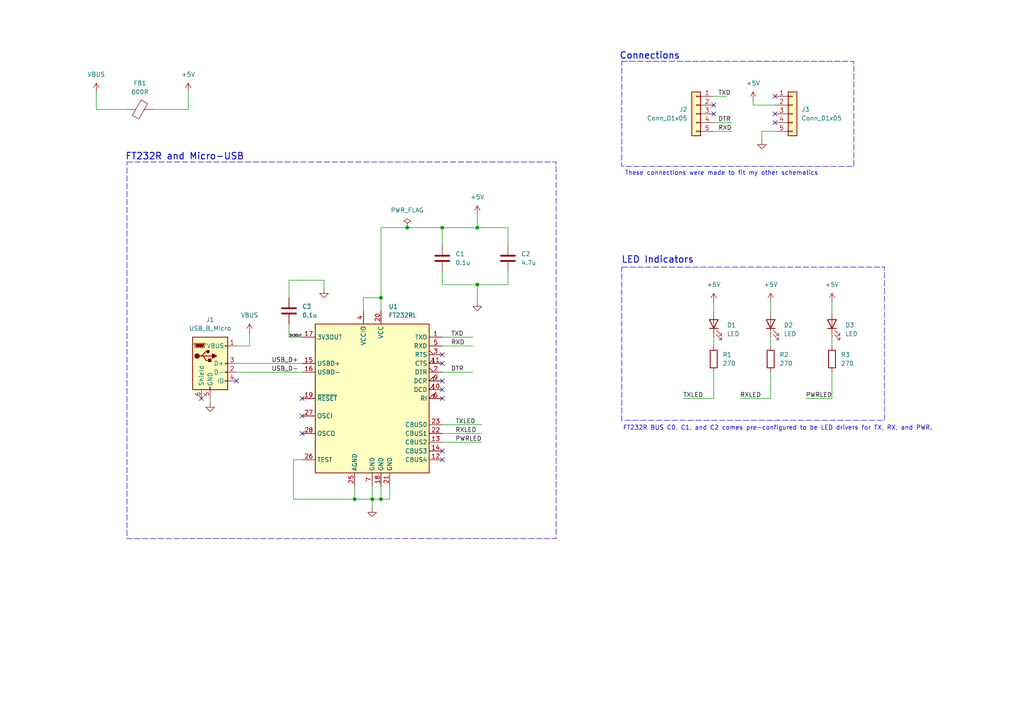
<source format=kicad_sch>
(kicad_sch (version 20231120) (generator "eeschema") (generator_version "8.0")
  (paper "A4")
  (title_block (title "MircoUSB Type B to MCU UART") (date "2024-11-22") (comment 1 "Moin Ahmed") (comment 2 "November 22, 2024"))
  (lib_symbols
    (symbol "Connector:USB_B_Micro" (pin_names (offset 1.016))
      (property "Reference" "J" (at -5.08 11.43 0))
      (property "Value" "USB_B_Micro" (at -5.08 8.89 0))
      (symbol "USB_B_Micro_0_1"
        (rectangle (start -5.08 -7.62) (end 5.08 7.62) (stroke (width 0.254)) (fill (type background)))
        (circle (center -3.81 2.159) (radius 0.635) (stroke (width 0.254)) (fill (type outline)))
        (circle (center -0.635 3.429) (radius 0.381) (stroke (width 0.254)) (fill (type outline)))
        (rectangle (start -0.127 -7.62) (end 0.127 -6.858))
        (polyline (pts (xy -1.905 2.159) (xy 0.635 2.159)) (stroke (width 0.254)))
        (polyline (pts (xy -3.175 2.159) (xy -2.54 2.159) (xy -1.27 3.429) (xy -0.635 3.429)) (stroke (width 0.254)))
        (polyline (pts (xy -2.54 2.159) (xy -1.905 2.159) (xy -1.27 0.889) (xy 0 0.889)) (stroke (width 0.254)))
        (polyline (pts (xy 0.635 2.794) (xy 0.635 1.524) (xy 1.905 2.159) (xy 0.635 2.794)) (stroke (width 0.254)) (fill (type outline)))
        (polyline (pts (xy -4.318 5.588) (xy -1.778 5.588) (xy -2.032 4.826) (xy -4.064 4.826) (xy -4.318 5.588)) (fill (type outline)))
        (polyline (pts (xy -4.699 5.842) (xy -4.699 5.588) (xy -4.445 4.826) (xy -4.445 4.572) (xy -1.651 4.572) (xy -1.651 4.826) (xy -1.397 5.588) (xy -1.397 5.842) (xy -4.699 5.842)))
        (rectangle (start 0.254 1.27) (end -0.508 0.508) (stroke (width 0.254)) (fill (type outline)))
        (rectangle (start 5.08 -5.207) (end 4.318 -4.953))
        (rectangle (start 5.08 -2.667) (end 4.318 -2.413))
        (rectangle (start 5.08 -0.127) (end 4.318 0.127))
        (rectangle (start 5.08 4.953) (end 4.318 5.207))
      )
      (symbol "USB_B_Micro_1_1"
        (pin power_out line (at 7.62 5.08 180) (length 2.54) (name "VBUS") (number "1"))
        (pin bidirectional line (at 7.62 -2.54 180) (length 2.54) (name "D-") (number "2"))
        (pin bidirectional line (at 7.62 0 180) (length 2.54) (name "D+") (number "3"))
        (pin passive line (at 7.62 -5.08 180) (length 2.54) (name "ID") (number "4"))
        (pin power_out line (at 0 -10.16 90) (length 2.54) (name "GND") (number "5"))
        (pin passive line (at -2.54 -10.16 90) (length 2.54) (name "Shield") (number "6"))
      )
    )
    (symbol "Connector_Generic:Conn_01x05" (pin_names (offset 1.016) hide)
      (property "Reference" "J" (at 0 7.62 0))
      (property "Value" "Conn_01x05" (at 0 -7.62 0))
      (symbol "Conn_01x05_1_1"
        (rectangle (start -1.27 -4.953) (end 0 -5.207) (stroke (width 0.1524)))
        (rectangle (start -1.27 -2.413) (end 0 -2.667) (stroke (width 0.1524)))
        (rectangle (start -1.27 0.127) (end 0 -0.127) (stroke (width 0.1524)))
        (rectangle (start -1.27 2.667) (end 0 2.413) (stroke (width 0.1524)))
        (rectangle (start -1.27 5.207) (end 0 4.953) (stroke (width 0.1524)))
        (rectangle (start -1.27 6.35) (end 1.27 -6.35) (stroke (width 0.254)) (fill (type background)))
        (pin passive line (at -5.08 5.08 0) (length 3.81) (name "Pin_1") (number "1"))
        (pin passive line (at -5.08 2.54 0) (length 3.81) (name "Pin_2") (number "2"))
        (pin passive line (at -5.08 0 0) (length 3.81) (name "Pin_3") (number "3"))
        (pin passive line (at -5.08 -2.54 0) (length 3.81) (name "Pin_4") (number "4"))
        (pin passive line (at -5.08 -5.08 0) (length 3.81) (name "Pin_5") (number "5"))
      )
    )
    (symbol "Device:C" (pin_numbers hide) (pin_names (offset 0.254))
      (property "Reference" "C" (at 0.635 2.54 0))
      (property "Value" "C" (at 0.635 -2.54 0))
      (symbol "C_0_1"
        (polyline (pts (xy -2.032 -0.762) (xy 2.032 -0.762)) (stroke (width 0.508)))
        (polyline (pts (xy -2.032 0.762) (xy 2.032 0.762)) (stroke (width 0.508)))
      )
      (symbol "C_1_1"
        (pin passive line (at 0 3.81 270) (length 2.794) (name "~") (number "1"))
        (pin passive line (at 0 -3.81 90) (length 2.794) (name "~") (number "2"))
      )
    )
    (symbol "Device:FerriteBead" (pin_numbers hide) (pin_names (offset 0))
      (property "Reference" "FB" (at -3.81 0.635 90))
      (property "Value" "FerriteBead" (at 3.81 0 90))
      (symbol "FerriteBead_0_1"
        (polyline (pts (xy 0 -1.27) (xy 0 -1.2192)))
        (polyline (pts (xy 0 1.27) (xy 0 1.2954)))
        (polyline (pts (xy -2.7686 0.4064) (xy -1.7018 2.2606) (xy 2.7686 -0.3048) (xy 1.6764 -2.159) (xy -2.7686 0.4064)))
      )
      (symbol "FerriteBead_1_1"
        (pin passive line (at 0 3.81 270) (length 2.54) (name "~") (number "1"))
        (pin passive line (at 0 -3.81 90) (length 2.54) (name "~") (number "2"))
      )
    )
    (symbol "Device:LED" (pin_numbers hide) (pin_names (offset 1.016) hide)
      (property "Reference" "D" (at 0 2.54 0))
      (property "Value" "LED" (at 0 -2.54 0))
      (symbol "LED_0_1"
        (polyline (pts (xy -1.27 -1.27) (xy -1.27 1.27)) (stroke (width 0.254)))
        (polyline (pts (xy -1.27 0) (xy 1.27 0)))
        (polyline (pts (xy 1.27 -1.27) (xy 1.27 1.27) (xy -1.27 0) (xy 1.27 -1.27)) (stroke (width 0.254)))
        (polyline (pts (xy -3.048 -0.762) (xy -4.572 -2.286) (xy -3.81 -2.286) (xy -4.572 -2.286) (xy -4.572 -1.524)))
        (polyline (pts (xy -1.778 -0.762) (xy -3.302 -2.286) (xy -2.54 -2.286) (xy -3.302 -2.286) (xy -3.302 -1.524)))
      )
      (symbol "LED_1_1"
        (pin passive line (at -3.81 0 0) (length 2.54) (name "K") (number "1"))
        (pin passive line (at 3.81 0 180) (length 2.54) (name "A") (number "2"))
      )
    )
    (symbol "Device:R" (pin_numbers hide) (pin_names (offset 0))
      (property "Reference" "R" (at 2.032 0 90))
      (property "Value" "R" (at 0 0 90))
      (symbol "R_0_1"
        (rectangle (start -1.016 -2.54) (end 1.016 2.54) (stroke (width 0.254)))
      )
      (symbol "R_1_1"
        (pin passive line (at 0 3.81 270) (length 1.27) (name "~") (number "1"))
        (pin passive line (at 0 -3.81 90) (length 1.27) (name "~") (number "2"))
      )
    )
    (symbol "Interface_USB:FT232RL"
      (property "Reference" "U" (at -16.51 22.86 0))
      (property "Value" "FT232RL" (at 10.16 22.86 0))
      (symbol "FT232RL_0_1"
        (rectangle (start -16.51 21.59) (end 16.51 -21.59) (stroke (width 0.254)) (fill (type background)))
      )
      (symbol "FT232RL_1_1"
        (pin output line (at 20.32 17.78 180) (length 3.81) (name "TXD") (number "1"))
        (pin input input_low (at 20.32 2.54 180) (length 3.81) (name "DCD") (number "10"))
        (pin input input_low (at 20.32 10.16 180) (length 3.81) (name "CTS") (number "11"))
        (pin bidirectional line (at 20.32 -17.78 180) (length 3.81) (name "CBUS4") (number "12"))
        (pin bidirectional line (at 20.32 -12.7 180) (length 3.81) (name "CBUS2") (number "13"))
        (pin bidirectional line (at 20.32 -15.24 180) (length 3.81) (name "CBUS3") (number "14"))
        (pin bidirectional line (at -20.32 10.16 0) (length 3.81) (name "USBD+") (number "15"))
        (pin bidirectional line (at -20.32 7.62 0) (length 3.81) (name "USBD-") (number "16"))
        (pin power_out line (at -20.32 17.78 0) (length 3.81) (name "3V3OUT") (number "17"))
        (pin power_in line (at 2.54 -25.4 90) (length 3.81) (name "GND") (number "18"))
        (pin input line (at -20.32 0 0) (length 3.81) (name "~{RESET}") (number "19"))
        (pin output output_low (at 20.32 7.62 180) (length 3.81) (name "DTR") (number "2"))
        (pin power_in line (at 2.54 25.4 270) (length 3.81) (name "VCC") (number "20"))
        (pin power_in line (at 5.08 -25.4 90) (length 3.81) (name "GND") (number "21"))
        (pin bidirectional line (at 20.32 -10.16 180) (length 3.81) (name "CBUS1") (number "22"))
        (pin bidirectional line (at 20.32 -7.62 180) (length 3.81) (name "CBUS0") (number "23"))
        (pin power_in line (at -5.08 -25.4 90) (length 3.81) (name "AGND") (number "25"))
        (pin input line (at -20.32 -17.78 0) (length 3.81) (name "TEST") (number "26"))
        (pin input line (at -20.32 -5.08 0) (length 3.81) (name "OSCI") (number "27"))
        (pin output line (at -20.32 -10.16 0) (length 3.81) (name "OSCO") (number "28"))
        (pin output output_low (at 20.32 12.7 180) (length 3.81) (name "RTS") (number "3"))
        (pin power_in line (at -2.54 25.4 270) (length 3.81) (name "VCCIO") (number "4"))
        (pin input line (at 20.32 15.24 180) (length 3.81) (name "RXD") (number "5"))
        (pin input input_low (at 20.32 0 180) (length 3.81) (name "RI") (number "6"))
        (pin power_in line (at 0 -25.4 90) (length 3.81) (name "GND") (number "7"))
        (pin input input_low (at 20.32 5.08 180) (length 3.81) (name "DCR") (number "9"))
      )
    )
    (symbol "power:+5V" (power) (pin_numbers hide) (pin_names (offset 0) hide)
      (property "Value" "+5V" (at 0 3.556 0))
      (symbol "+5V_0_1"
        (polyline (pts (xy -0.762 1.27) (xy 0 2.54)))
        (polyline (pts (xy 0 0) (xy 0 2.54)))
        (polyline (pts (xy 0 2.54) (xy 0.762 1.27)))
      )
      (symbol "+5V_1_1"
        (pin power_in line (at 0 0 90) (length 0) (name "~") (number "1"))
      )
    )
    (symbol "power:GND" (power) (pin_numbers hide) (pin_names (offset 0) hide)
      (property "Value" "GND" (at 0 -3.81 0))
      (symbol "GND_0_1"
        (polyline (pts (xy 0 0) (xy 0 -1.27) (xy 1.27 -1.27) (xy 0 -2.54) (xy -1.27 -1.27) (xy 0 -1.27)))
      )
      (symbol "GND_1_1"
        (pin power_in line (at 0 0 270) (length 0) (name "~") (number "1"))
      )
    )
    (symbol "power:PWR_FLAG" (power) (pin_numbers hide) (pin_names (offset 0) hide)
      (property "Value" "PWR_FLAG" (at 0 3.81 0))
      (symbol "PWR_FLAG_0_0"
        (pin power_out line (at 0 0 90) (length 0) (name "~") (number "1"))
      )
      (symbol "PWR_FLAG_0_1"
        (polyline (pts (xy 0 0) (xy 0 1.27) (xy -1.016 1.905) (xy 0 2.54) (xy 1.016 1.905) (xy 0 1.27)))
      )
    )
    (symbol "power:VBUS" (power) (pin_numbers hide) (pin_names (offset 0) hide)
      (property "Value" "VBUS" (at 0 3.556 0))
      (symbol "VBUS_0_1"
        (polyline (pts (xy -0.762 1.27) (xy 0 2.54)))
        (polyline (pts (xy 0 0) (xy 0 2.54)))
        (polyline (pts (xy 0 2.54) (xy 0.762 1.27)))
      )
      (symbol "VBUS_1_1"
        (pin power_in line (at 0 0 90) (length 0) (name "~") (number "1"))
      )
    )
  )
  (junction (at 102.87 144.78))
  (junction (at 128.27 66.04))
  (junction (at 107.95 144.78))
  (junction (at 118.11 66.04))
  (junction (at 110.49 86.36))
  (junction (at 138.43 82.55))
  (junction (at 138.43 66.04))
  (junction (at 110.49 144.78))
  (no_connect (at 58.42 115.57))
  (no_connect (at 207.01 33.02))
  (no_connect (at 224.79 27.94))
  (no_connect (at 128.27 130.81))
  (no_connect (at 87.63 120.65))
  (no_connect (at 128.27 133.35))
  (no_connect (at 87.63 125.73))
  (no_connect (at 224.79 33.02))
  (no_connect (at 128.27 105.41))
  (no_connect (at 128.27 102.87))
  (no_connect (at 68.58 110.49))
  (no_connect (at 207.01 30.48))
  (no_connect (at 87.63 115.57))
  (no_connect (at 128.27 115.57))
  (no_connect (at 128.27 113.03))
  (no_connect (at 128.27 110.49))
  (no_connect (at 224.79 35.56))
  (wire (pts (xy 241.3 97.79) (xy 241.3 100.33)))
  (wire (pts (xy 110.49 140.97) (xy 110.49 144.78)))
  (wire (pts (xy 118.11 66.04) (xy 128.27 66.04)))
  (wire (pts (xy 60.96 115.57) (xy 60.96 116.84)))
  (wire (pts (xy 87.63 133.35) (xy 85.09 133.35)))
  (wire (pts (xy 110.49 66.04) (xy 118.11 66.04)))
  (wire (pts (xy 128.27 78.74) (xy 128.27 82.55)))
  (wire (pts (xy 198.12 115.57) (xy 207.01 115.57)))
  (wire (pts (xy 138.43 66.04) (xy 147.32 66.04)))
  (wire (pts (xy 102.87 144.78) (xy 102.87 140.97)))
  (wire (pts (xy 218.44 30.48) (xy 224.79 30.48)))
  (wire (pts (xy 223.52 115.57) (xy 223.52 107.95)))
  (wire (pts (xy 138.43 82.55) (xy 138.43 87.63)))
  (wire (pts (xy 27.94 31.75) (xy 36.83 31.75)))
  (wire (pts (xy 147.32 78.74) (xy 147.32 82.55)))
  (wire (pts (xy 128.27 123.19) (xy 139.7 123.19)))
  (wire (pts (xy 54.61 31.75) (xy 54.61 26.67)))
  (wire (pts (xy 138.43 62.23) (xy 138.43 66.04)))
  (wire (pts (xy 207.01 27.94) (xy 210.82 27.94)))
  (wire (pts (xy 85.09 133.35) (xy 85.09 144.78)))
  (wire (pts (xy 223.52 87.63) (xy 223.52 90.17)))
  (wire (pts (xy 87.63 97.79) (xy 83.82 97.79)))
  (wire (pts (xy 207.01 87.63) (xy 207.01 90.17)))
  (wire (pts (xy 85.09 144.78) (xy 102.87 144.78)))
  (wire (pts (xy 68.58 105.41) (xy 87.63 105.41)))
  (wire (pts (xy 105.41 86.36) (xy 110.49 86.36)))
  (wire (pts (xy 72.39 100.33) (xy 72.39 96.52)))
  (wire (pts (xy 128.27 100.33) (xy 137.16 100.33)))
  (wire (pts (xy 147.32 82.55) (xy 138.43 82.55)))
  (wire (pts (xy 27.94 26.67) (xy 27.94 31.75)))
  (wire (pts (xy 110.49 86.36) (xy 110.49 90.17)))
  (wire (pts (xy 128.27 66.04) (xy 138.43 66.04)))
  (wire (pts (xy 218.44 29.21) (xy 218.44 30.48)))
  (wire (pts (xy 68.58 100.33) (xy 72.39 100.33)))
  (wire (pts (xy 207.01 97.79) (xy 207.01 100.33)))
  (wire (pts (xy 241.3 115.57) (xy 241.3 107.95)))
  (wire (pts (xy 128.27 128.27) (xy 139.7 128.27)))
  (wire (pts (xy 93.98 81.28) (xy 93.98 83.82)))
  (wire (pts (xy 241.3 87.63) (xy 241.3 90.17)))
  (wire (pts (xy 128.27 71.12) (xy 128.27 66.04)))
  (wire (pts (xy 214.63 115.57) (xy 223.52 115.57)))
  (wire (pts (xy 83.82 86.36) (xy 83.82 81.28)))
  (wire (pts (xy 105.41 90.17) (xy 105.41 86.36)))
  (wire (pts (xy 44.45 31.75) (xy 54.61 31.75)))
  (wire (pts (xy 207.01 107.95) (xy 207.01 115.57)))
  (wire (pts (xy 207.01 38.1) (xy 212.09 38.1)))
  (wire (pts (xy 233.68 115.57) (xy 241.3 115.57)))
  (wire (pts (xy 107.95 140.97) (xy 107.95 144.78)))
  (wire (pts (xy 147.32 71.12) (xy 147.32 66.04)))
  (wire (pts (xy 110.49 144.78) (xy 113.03 144.78)))
  (wire (pts (xy 107.95 147.32) (xy 107.95 144.78)))
  (wire (pts (xy 83.82 97.79) (xy 83.82 93.98)))
  (wire (pts (xy 110.49 66.04) (xy 110.49 86.36)))
  (wire (pts (xy 113.03 140.97) (xy 113.03 144.78)))
  (wire (pts (xy 128.27 82.55) (xy 138.43 82.55)))
  (wire (pts (xy 128.27 97.79) (xy 137.16 97.79)))
  (wire (pts (xy 128.27 125.73) (xy 139.7 125.73)))
  (wire (pts (xy 220.98 40.64) (xy 220.98 38.1)))
  (wire (pts (xy 68.58 107.95) (xy 87.63 107.95)))
  (wire (pts (xy 207.01 35.56) (xy 212.09 35.56)))
  (wire (pts (xy 223.52 97.79) (xy 223.52 100.33)))
  (wire (pts (xy 220.98 38.1) (xy 224.79 38.1)))
  (wire (pts (xy 107.95 144.78) (xy 110.49 144.78)))
  (wire (pts (xy 128.27 107.95) (xy 137.16 107.95)))
  (wire (pts (xy 83.82 81.28) (xy 93.98 81.28)))
  (wire (pts (xy 102.87 144.78) (xy 107.95 144.78)))
  (rectangle (start 180.34 17.78) (end 247.65 48.26) (stroke (width 0) (type dash)))
  (rectangle (start 36.83 46.99) (end 161.29 156.21) (stroke (width 0) (type dash)))
  (rectangle (start 180.34 77.47) (end 256.54 121.92) (stroke (width 0) (type dash)))
  (text "LED Indicators" (at 190.754 75.438 0) (effects (font (size 1.905 1.905) (thickness 0.254) (bold yes))))
  (text "These connections were made to fit my other schematics\n" (at 209.296 50.292 0) (effects (font (size 1.27 1.27))))
  (text "Connections" (at 188.468 16.256 0) (effects (font (size 1.905 1.905) (thickness 0.254) (bold yes))))
  (text "FT232R BUS C0, C1, and C2 comes pre-configured to be LED drivers for TX, RX, and PWR." (at 225.552 124.206 0) (effects (font (size 1.27 1.27))))
  (text "FT232R and Micro-USB" (at 53.594 45.466 0) (effects (font (size 1.905 1.905) (thickness 0.254) (bold yes))))
  (label "USB_D+" (at 78.74 105.41 0))
  (label "DTR" (at 208.28 35.56 0))
  (label "RXLED" (at 132.08 125.73 0))
  (label "TXD" (at 130.81 97.79 0))
  (label "RXD" (at 208.28 38.1 0))
  (label "TXLED" (at 198.12 115.57 0))
  (label "DTR" (at 130.81 107.95 0))
  (label "RXLED" (at 214.63 115.57 0))
  (label "TXD" (at 208.28 27.94 0))
  (label "TXLED" (at 132.08 123.19 0))
  (label "PWRLED" (at 233.68 115.57 0))
  (label "3V3OUT" (at 83.82 97.79 0) (effects (font (size 0.635 0.635))))
  (label "USB_D-" (at 78.74 107.95 0))
  (label "RXD" (at 130.81 100.33 0))
  (label "PWRLED" (at 132.08 128.27 0))
  (symbol (lib_id "power:GND") (at 93.98 83.82 0) (unit 1)
    (property "Reference" "#PWR06" (effects (hide yes)))
    (property "Value" "GND" (effects (hide yes)))
    (property "Description" "Power symbol creates a global label with name \"GND\" , ground" (effects (hide yes)))
  )
  (symbol (lib_id "Device:LED") (at 207.01 93.98 90) (unit 1)
    (property "Reference" "D1" (at 210.82 94.2974 90) (effects (justify right)))
    (property "Value" "LED" (at 210.82 96.8374 90) (effects (justify right)))
    (property "Footprint" "LED_SMD:LED_0603_1608Metric" (effects (hide yes)))
    (property "Description" "Light emitting diode" (effects (hide yes)))
  )
  (symbol (lib_id "power:VBUS") (at 27.94 26.67 0) (unit 1)
    (property "Reference" "#PWR011" (effects (hide yes)))
    (property "Value" "VBUS" (at 27.94 21.59 0))
    (property "Description" "Power symbol creates a global label with name \"VBUS\"" (effects (hide yes)))
  )
  (symbol (lib_id "Connector:USB_B_Micro") (at 60.96 105.41 0) (unit 1)
    (property "Reference" "J1" (at 60.96 92.71 0))
    (property "Value" "USB_B_Micro" (at 60.96 95.25 0))
    (property "Footprint" "Connector_USB:USB_Micro-B_Wuerth_629105150521" (effects (hide yes)))
    (property "Description" "USB Micro Type B connector" (effects (hide yes)))
  )
  (symbol (lib_id "Device:R") (at 207.01 104.14 0) (unit 1)
    (property "Reference" "R1" (at 209.55 102.8699 0) (effects (justify left)))
    (property "Value" "270" (at 209.55 105.4099 0) (effects (justify left)))
    (property "Footprint" "Resistor_SMD:R_1206_3216Metric" (effects (hide yes)))
    (property "Description" "Resistor" (effects (hide yes)))
  )
  (symbol (lib_id "Connector_Generic:Conn_01x05") (at 201.93 33.02 0) (mirror y) (unit 1)
    (property "Reference" "J2" (at 199.39 31.7499 0) (effects (justify left)))
    (property "Value" "Conn_01x05" (at 199.39 34.2899 0) (effects (justify left)))
    (property "Footprint" "Connector_PinHeader_2.54mm:PinHeader_1x05_P2.54mm_Vertical" (effects (hide yes)))
    (property "Description" "Generic connector, single row, 01x05, script generated (kicad-library-utils/schlib/autogen/connector/)" (effects (hide yes)))
  )
  (symbol (lib_id "power:PWR_FLAG") (at 118.11 66.04 0) (unit 1)
    (property "Reference" "#FLG01" (effects (hide yes)))
    (property "Value" "PWR_FLAG" (at 118.11 60.96 0))
    (property "Description" "Special symbol for telling ERC where power comes from" (effects (hide yes)))
  )
  (symbol (lib_id "power:GND") (at 138.43 87.63 0) (unit 1)
    (property "Reference" "#PWR04" (effects (hide yes)))
    (property "Value" "GND" (effects (hide yes)))
    (property "Description" "Power symbol creates a global label with name \"GND\" , ground" (effects (hide yes)))
  )
  (symbol (lib_id "Device:LED") (at 241.3 93.98 90) (unit 1)
    (property "Reference" "D3" (at 245.11 94.2974 90) (effects (justify right)))
    (property "Value" "LED" (at 245.11 96.8374 90) (effects (justify right)))
    (property "Footprint" "LED_SMD:LED_0603_1608Metric" (effects (hide yes)))
    (property "Description" "Light emitting diode" (effects (hide yes)))
  )
  (symbol (lib_id "Device:C") (at 147.32 74.93 0) (unit 1)
    (property "Reference" "C2" (at 151.13 73.6599 0) (effects (justify left)))
    (property "Value" "4.7u" (at 151.13 76.1999 0) (effects (justify left)))
    (property "Footprint" "Capacitor_SMD:C_1206_3216Metric" (effects (hide yes)))
    (property "Description" "Unpolarized capacitor" (effects (hide yes)))
  )
  (symbol (lib_id "Connector_Generic:Conn_01x05") (at 229.87 33.02 0) (unit 1)
    (property "Reference" "J3" (at 232.41 31.7499 0) (effects (justify left)))
    (property "Value" "Conn_01x05" (at 232.41 34.2899 0) (effects (justify left)))
    (property "Footprint" "Connector_PinHeader_2.54mm:PinHeader_1x05_P2.54mm_Vertical" (effects (hide yes)))
    (property "Description" "Generic connector, single row, 01x05, script generated (kicad-library-utils/schlib/autogen/connector/)" (effects (hide yes)))
  )
  (symbol (lib_id "Device:LED") (at 223.52 93.98 90) (unit 1)
    (property "Reference" "D2" (at 227.33 94.2974 90) (effects (justify right)))
    (property "Value" "LED" (at 227.33 96.8374 90) (effects (justify right)))
    (property "Footprint" "LED_SMD:LED_0603_1608Metric" (effects (hide yes)))
    (property "Description" "Light emitting diode" (effects (hide yes)))
  )
  (symbol (lib_id "power:+5V") (at 218.44 29.21 0) (unit 1)
    (property "Reference" "#PWR07" (effects (hide yes)))
    (property "Value" "+5V" (at 218.44 24.13 0))
    (property "Description" "Power symbol creates a global label with name \"+5V\"" (effects (hide yes)))
  )
  (symbol (lib_id "power:+5V") (at 241.3 87.63 0) (unit 1)
    (property "Reference" "#PWR08" (effects (hide yes)))
    (property "Value" "+5V" (at 241.3 82.55 0))
    (property "Description" "Power symbol creates a global label with name \"+5V\"" (effects (hide yes)))
  )
  (symbol (lib_id "power:+5V") (at 223.52 87.63 0) (unit 1)
    (property "Reference" "#PWR010" (effects (hide yes)))
    (property "Value" "+5V" (at 223.52 82.55 0))
    (property "Description" "Power symbol creates a global label with name \"+5V\"" (effects (hide yes)))
  )
  (symbol (lib_id "Device:C") (at 128.27 74.93 0) (unit 1)
    (property "Reference" "C1" (at 132.08 73.6599 0) (effects (justify left)))
    (property "Value" "0.1u" (at 132.08 76.1999 0) (effects (justify left)))
    (property "Footprint" "Capacitor_SMD:C_0805_2012Metric" (effects (hide yes)))
    (property "Description" "Unpolarized capacitor" (effects (hide yes)))
  )
  (symbol (lib_id "power:VBUS") (at 72.39 96.52 0) (unit 1)
    (property "Reference" "#PWR02" (effects (hide yes)))
    (property "Value" "VBUS" (at 72.39 91.44 0))
    (property "Description" "Power symbol creates a global label with name \"VBUS\"" (effects (hide yes)))
  )
  (symbol (lib_id "Device:FerriteBead") (at 40.64 31.75 90) (unit 1)
    (property "Reference" "FB1" (at 40.5892 24.13 90))
    (property "Value" "600R" (at 40.5892 26.67 90))
    (property "Footprint" "Resistor_SMD:R_1206_3216Metric" (effects (hide yes)))
    (property "Description" "Ferrite bead" (effects (hide yes)))
  )
  (symbol (lib_id "power:GND") (at 220.98 40.64 0) (unit 1)
    (property "Reference" "#PWR013" (effects (hide yes)))
    (property "Value" "GND" (effects (hide yes)))
    (property "Description" "Power symbol creates a global label with name \"GND\" , ground" (effects (hide yes)))
  )
  (symbol (lib_id "power:+5V") (at 207.01 87.63 0) (unit 1)
    (property "Reference" "#PWR09" (effects (hide yes)))
    (property "Value" "+5V" (at 207.01 82.55 0))
    (property "Description" "Power symbol creates a global label with name \"+5V\"" (effects (hide yes)))
  )
  (symbol (lib_id "Device:R") (at 241.3 104.14 0) (unit 1)
    (property "Reference" "R3" (at 243.84 102.8699 0) (effects (justify left)))
    (property "Value" "270" (at 243.84 105.4099 0) (effects (justify left)))
    (property "Footprint" "Resistor_SMD:R_1206_3216Metric" (effects (hide yes)))
    (property "Description" "Resistor" (effects (hide yes)))
  )
  (symbol (lib_id "power:+5V") (at 138.43 62.23 0) (unit 1)
    (property "Reference" "#PWR03" (effects (hide yes)))
    (property "Value" "+5V" (at 138.43 57.15 0))
    (property "Description" "Power symbol creates a global label with name \"+5V\"" (effects (hide yes)))
  )
  (symbol (lib_id "power:GND") (at 107.95 147.32 0) (unit 1)
    (property "Reference" "#PWR01" (effects (hide yes)))
    (property "Value" "GND" (effects (hide yes)))
    (property "Description" "Power symbol creates a global label with name \"GND\" , ground" (effects (hide yes)))
  )
  (symbol (lib_id "power:+5V") (at 54.61 26.67 0) (unit 1)
    (property "Reference" "#PWR012" (effects (hide yes)))
    (property "Value" "+5V" (at 54.61 21.59 0))
    (property "Description" "Power symbol creates a global label with name \"+5V\"" (effects (hide yes)))
  )
  (symbol (lib_id "Device:R") (at 223.52 104.14 0) (unit 1)
    (property "Reference" "R2" (at 226.06 102.8699 0) (effects (justify left)))
    (property "Value" "270" (at 226.06 105.4099 0) (effects (justify left)))
    (property "Footprint" "Resistor_SMD:R_1206_3216Metric" (effects (hide yes)))
    (property "Description" "Resistor" (effects (hide yes)))
  )
  (symbol (lib_id "power:GND") (at 60.96 116.84 0) (unit 1)
    (property "Reference" "#PWR05" (effects (hide yes)))
    (property "Value" "GND" (effects (hide yes)))
    (property "Description" "Power symbol creates a global label with name \"GND\" , ground" (effects (hide yes)))
  )
  (symbol (lib_id "Interface_USB:FT232RL") (at 107.95 115.57 0) (unit 1)
    (property "Reference" "U1" (at 112.6841 88.9 0) (effects (justify left)))
    (property "Value" "FT232RL" (at 112.6841 91.44 0) (effects (justify left)))
    (property "Footprint" "Package_SO:SSOP-28_5.3x10.2mm_P0.65mm" (effects (hide yes)))
    (property "Datasheet" "https://www.ftdichip.com/Support/Documents/DataSheets/ICs/DS_FT232R.pdf" (effects (hide yes)))
    (property "Description" "USB to Serial Interface, SSOP-28" (effects (hide yes)))
  )
  (symbol (lib_id "Device:C") (at 83.82 90.17 0) (unit 1)
    (property "Reference" "C3" (at 87.63 88.8999 0) (effects (justify left)))
    (property "Value" "0.1u" (at 87.63 91.4399 0) (effects (justify left)))
    (property "Footprint" "Capacitor_SMD:C_0805_2012Metric" (effects (hide yes)))
    (property "Description" "Unpolarized capacitor" (effects (hide yes)))
  )
)
</source>
